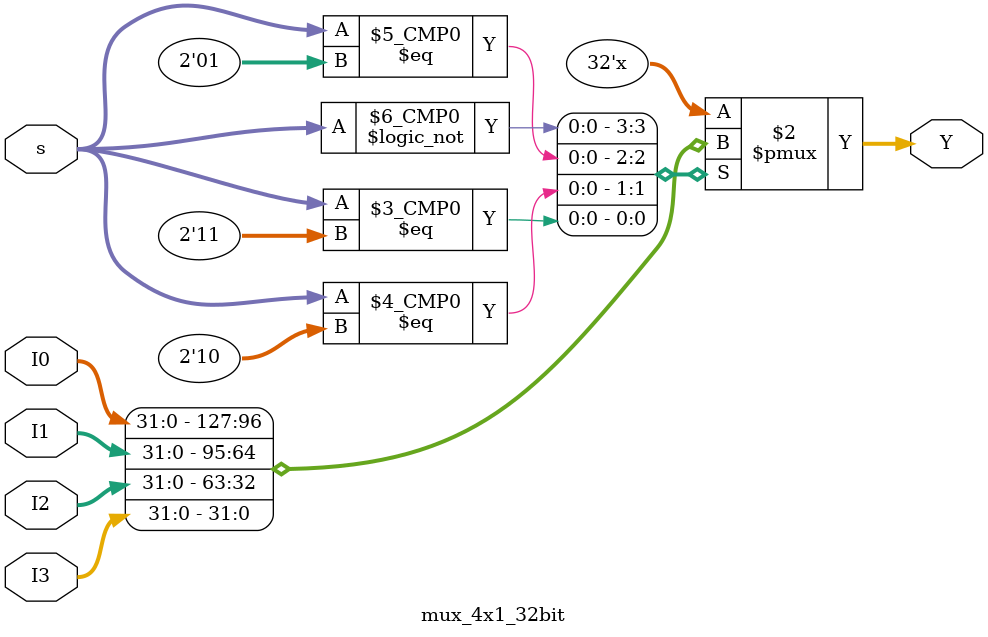
<source format=v>
/**************************************
* Module: mux_2x1
* Date:2014-09-07  
* Author: dmoran  & JDiaz   
*
* Conventions:
*    Y  -> Output
*    Ix -> Input 
*
* Description: mux 2x1
***************************************/
module  mux_4x1_32bit(output reg[31:0] Y,input wire[1:0] s, input wire[31:0] I3, I2, I1, I0);
    always @( s or I3 or I2 or I0 or I1)
    begin 
        case (s)
            2'b00: Y = I0;
            2'b01: Y = I1;
            2'b10: Y = I2;
            2'b11: Y = I3;
        endcase
    end
endmodule


</source>
